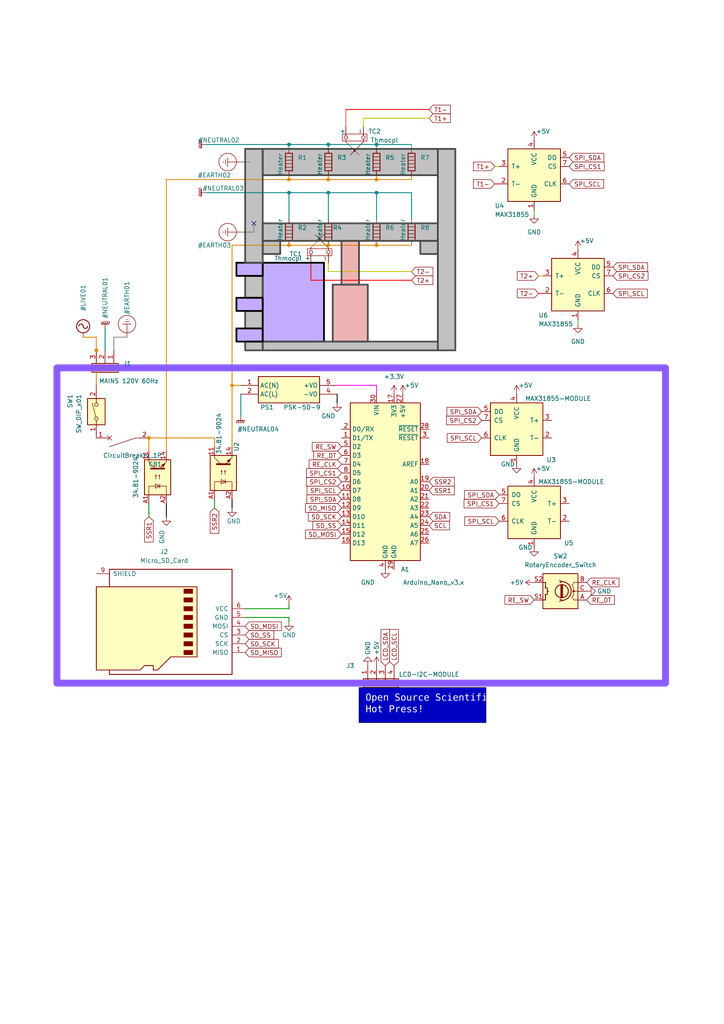
<source format=kicad_sch>
(kicad_sch (version 20230121) (generator eeschema)
  (paper "A4" portrait)
  (lib_symbols
    (symbol "Connector:Micro_SD_Card" (pin_names (offset 1.016))
      (property "Reference" "J" (at -16.51 15.24 0))
      (property "Value" "Micro_SD_Card" (at 16.51 15.24 0))
      (symbol "Micro_SD_Card_0_1"
        (rectangle (start -7.62 -9.525) (end -5.08 -10.795) (fill (type outline)))
        (rectangle (start -7.62 -6.985) (end -5.08 -8.255) (fill (type outline)))
        (rectangle (start -7.62 -4.445) (end -5.08 -5.715) (fill (type outline)))
        (rectangle (start -7.62 -1.905) (end -5.08 -3.175) (fill (type outline)))
        (rectangle (start -7.62 0.635) (end -5.08 -0.635) (fill (type outline)))
        (rectangle (start -7.62 3.175) (end -5.08 1.905) (fill (type outline)))
        (rectangle (start -7.62 5.715) (end -5.08 4.445) (fill (type outline)))
        (rectangle (start -7.62 8.255) (end -5.08 6.985) (fill (type outline)))
        (polyline (pts (xy 16.51 12.7) (xy 16.51 13.97) (xy -19.05 13.97) (xy -19.05 -16.51) (xy 16.51 -16.51) (xy 16.51 -11.43)) (stroke (width 0.254)))
        (polyline (pts (xy -8.89 -11.43) (xy -8.89 8.89) (xy -1.27 8.89) (xy 2.54 12.7) (xy 3.81 12.7) (xy 3.81 11.43) (xy 6.35 11.43) (xy 7.62 12.7) (xy 20.32 12.7) (xy 20.32 -11.43) (xy -8.89 -11.43)) (stroke (width 0.254)) (fill (type background)))
      )
      (symbol "Micro_SD_Card_1_1"
        (pin output line (at -22.86 7.62 0) (length 3.81) (name "MISO") (number "1"))
        (pin input line (at -22.86 5.08 0) (length 3.81) (name "SCK") (number "2"))
        (pin input line (at -22.86 2.54 0) (length 3.81) (name "CS") (number "3"))
        (pin input line (at -22.86 0 0) (length 3.81) (name "MOSI") (number "4"))
        (pin power_in line (at -22.86 -2.54 0) (length 3.81) (name "GND") (number "5"))
        (pin power_in line (at -22.86 -5.08 0) (length 3.81) (name "VCC") (number "6"))
        (pin passive line (at 20.32 -15.24 180) (length 3.81) (name "SHIELD") (number "9"))
      )
    )
    (symbol "Connector:Screw_Terminal_01x03" (pin_names (offset 1.016) hide)
      (property "Reference" "J" (at 0 5.08 0))
      (property "Value" "Screw_Terminal_01x03" (at 0 -5.08 0))
      (symbol "Screw_Terminal_01x03_1_1"
        (rectangle (start -1.27 3.81) (end 1.27 -3.81) (stroke (width 0.254)) (fill (type background)))
        (circle (center 0 -2.54) (radius 0.635) (stroke (width 0.1524)))
        (polyline (pts (xy -0.5334 -2.2098) (xy 0.3302 -3.048)) (stroke (width 0.1524)))
        (polyline (pts (xy -0.5334 0.3302) (xy 0.3302 -0.508)) (stroke (width 0.1524)))
        (polyline (pts (xy -0.5334 2.8702) (xy 0.3302 2.032)) (stroke (width 0.1524)))
        (polyline (pts (xy -0.3556 -2.032) (xy 0.508 -2.8702)) (stroke (width 0.1524)))
        (polyline (pts (xy -0.3556 0.508) (xy 0.508 -0.3302)) (stroke (width 0.1524)))
        (polyline (pts (xy -0.3556 3.048) (xy 0.508 2.2098)) (stroke (width 0.1524)))
        (circle (center 0 0) (radius 0.635) (stroke (width 0.1524)))
        (circle (center 0 2.54) (radius 0.635) (stroke (width 0.1524)))
        (pin passive line (at -5.08 2.54 0) (length 3.81) (name "Pin_1") (number "1"))
        (pin passive line (at -5.08 0 0) (length 3.81) (name "Pin_2") (number "2"))
        (pin passive line (at -5.08 -2.54 0) (length 3.81) (name "Pin_3") (number "3"))
      )
    )
    (symbol "Connector_Generic:Conn_01x04" (pin_names (offset 1.016) hide)
      (property "Reference" "J" (at 0 5.08 0))
      (property "Value" "Conn_01x04" (at 0 -7.62 0))
      (symbol "Conn_01x04_1_1"
        (rectangle (start -1.27 -4.953) (end 0 -5.207) (stroke (width 0.1524)))
        (rectangle (start -1.27 -2.413) (end 0 -2.667) (stroke (width 0.1524)))
        (rectangle (start -1.27 0.127) (end 0 -0.127) (stroke (width 0.1524)))
        (rectangle (start -1.27 2.667) (end 0 2.413) (stroke (width 0.1524)))
        (rectangle (start -1.27 3.81) (end 1.27 -6.35) (stroke (width 0.254)) (fill (type background)))
        (pin passive line (at -5.08 2.54 0) (length 3.81) (name "Pin_1") (number "1"))
        (pin passive line (at -5.08 0 0) (length 3.81) (name "Pin_2") (number "2"))
        (pin passive line (at -5.08 -2.54 0) (length 3.81) (name "Pin_3") (number "3"))
        (pin passive line (at -5.08 -5.08 0) (length 3.81) (name "Pin_4") (number "4"))
      )
    )
    (symbol "Device:CircuitBreaker_1P"
      (property "Reference" "CB" (at 1.905 0 0))
      (property "Value" "CircuitBreaker_1P" (at 1.905 1.905 0))
      (symbol "CircuitBreaker_1P_0_1"
        (polyline (pts (xy 0 -5.08) (xy 0 -3.81)))
        (polyline (pts (xy 0 -3.81) (xy -2.54 3.81)))
      )
      (symbol "CircuitBreaker_1P_1_1"
        (polyline (pts (xy -0.635 4.445) (xy 0.635 3.175)))
        (polyline (pts (xy 0 5.08) (xy 0 3.81)))
        (polyline (pts (xy 0.635 4.445) (xy -0.635 3.175)))
        (pin passive line (at 0 7.62 270) (length 2.54) (name "~") (number "1"))
        (pin passive line (at 0 -7.62 90) (length 2.54) (name "~") (number "2"))
      )
    )
    (symbol "Device:Heater" (pin_numbers hide) (pin_names (offset 0))
      (property "Reference" "R" (at 2.032 0 90))
      (property "Value" "Heater" (at -2.032 0 90))
      (symbol "Heater_0_1"
        (rectangle (start -1.016 -2.54) (end 1.016 2.54) (stroke (width 0.254)))
        (polyline (pts (xy -1.016 1.524) (xy 1.016 1.524)))
        (polyline (pts (xy 1.016 -1.524) (xy -1.016 -1.524)))
        (polyline (pts (xy 1.016 -0.508) (xy -1.016 -0.508)))
        (polyline (pts (xy 1.016 0.508) (xy -1.016 0.508)))
      )
      (symbol "Heater_1_1"
        (pin passive line (at 0 3.81 270) (length 1.27) (name "~") (number "1"))
        (pin passive line (at 0 -3.81 90) (length 1.27) (name "~") (number "2"))
      )
    )
    (symbol "Device:RotaryEncoder_Switch" (pin_names (offset 0.254) hide)
      (property "Reference" "SW" (at 0 6.604 0))
      (property "Value" "RotaryEncoder_Switch" (at 0 -6.604 0))
      (symbol "RotaryEncoder_Switch_0_1"
        (rectangle (start -5.08 5.08) (end 5.08 -5.08) (stroke (width 0.254)) (fill (type background)))
        (circle (center -3.81 0) (radius 0.254) (fill (type outline)))
        (circle (center -0.381 0) (radius 1.905) (stroke (width 0.254)))
        (arc (start -0.381 2.667) (mid -3.0988 -0.0635) (end -0.381 -2.794) (stroke (width 0.254)))
        (polyline (pts (xy -0.635 -1.778) (xy -0.635 1.778)) (stroke (width 0.254)))
        (polyline (pts (xy -0.381 -1.778) (xy -0.381 1.778)) (stroke (width 0.254)))
        (polyline (pts (xy -0.127 1.778) (xy -0.127 -1.778)) (stroke (width 0.254)))
        (polyline (pts (xy 3.81 0) (xy 3.429 0)) (stroke (width 0.254)))
        (polyline (pts (xy 3.81 1.016) (xy 3.81 -1.016)) (stroke (width 0.254)))
        (polyline (pts (xy -5.08 -2.54) (xy -3.81 -2.54) (xy -3.81 -2.032)))
        (polyline (pts (xy -5.08 2.54) (xy -3.81 2.54) (xy -3.81 2.032)))
        (polyline (pts (xy 0.254 -3.048) (xy -0.508 -2.794) (xy 0.127 -2.413)) (stroke (width 0.254)))
        (polyline (pts (xy 0.254 2.921) (xy -0.508 2.667) (xy 0.127 2.286)) (stroke (width 0.254)))
        (polyline (pts (xy 5.08 -2.54) (xy 4.318 -2.54) (xy 4.318 -1.016)) (stroke (width 0.254)))
        (polyline (pts (xy 5.08 2.54) (xy 4.318 2.54) (xy 4.318 1.016)) (stroke (width 0.254)))
        (polyline (pts (xy -5.08 0) (xy -3.81 0) (xy -3.81 -1.016) (xy -3.302 -2.032)))
        (polyline (pts (xy -4.318 0) (xy -3.81 0) (xy -3.81 1.016) (xy -3.302 2.032)))
        (circle (center 4.318 -1.016) (radius 0.127) (stroke (width 0.254)))
        (circle (center 4.318 1.016) (radius 0.127) (stroke (width 0.254)))
      )
      (symbol "RotaryEncoder_Switch_1_1"
        (pin passive line (at -7.62 2.54 0) (length 2.54) (name "A") (number "A"))
        (pin passive line (at -7.62 -2.54 0) (length 2.54) (name "B") (number "B"))
        (pin passive line (at -7.62 0 0) (length 2.54) (name "C") (number "C"))
        (pin passive line (at 7.62 2.54 180) (length 2.54) (name "S1") (number "S1"))
        (pin passive line (at 7.62 -2.54 180) (length 2.54) (name "S2") (number "S2"))
      )
    )
    (symbol "Device:Thermocouple_Block" (pin_numbers hide) (pin_names (offset 0))
      (property "Reference" "TC" (at -3.048 3.81 0))
      (property "Value" "Thermocouple_Block" (at -5.08 -4.064 0))
      (symbol "Thermocouple_Block_0_1"
        (circle (center -1.778 0) (radius 0.254) (fill (type outline)))
        (polyline (pts (xy -2.794 -1.016) (xy -3.048 -1.27)))
        (polyline (pts (xy -2.286 -0.508) (xy -2.54 -0.762)))
        (polyline (pts (xy -1.778 0) (xy -2.032 -0.254)))
        (polyline (pts (xy -1.27 0.508) (xy -1.524 0.254)))
        (polyline (pts (xy -0.762 1.016) (xy -1.016 0.762)))
        (polyline (pts (xy -0.254 1.524) (xy -0.508 1.27)))
        (polyline (pts (xy 0.254 2.032) (xy 0 1.778)))
        (polyline (pts (xy 0.762 2.54) (xy 0.508 2.286)))
        (polyline (pts (xy 1.27 -2.54) (xy 1.016 -2.54)))
        (polyline (pts (xy 1.27 2.54) (xy 0.762 2.54)))
        (polyline (pts (xy 1.524 -2.54) (xy 0.762 -2.54) (xy -3.048 1.27)))
        (rectangle (start 1.016 3.556) (end 3.048 -3.556))
        (circle (center 2.032 -2.54) (radius 0.508))
        (circle (center 2.032 2.54) (radius 0.508))
      )
      (symbol "Thermocouple_Block_1_1"
        (pin passive line (at 5.08 2.54 180) (length 2.54) (name "+") (number "1"))
        (pin passive line (at 5.08 -2.54 180) (length 2.54) (name "-") (number "2"))
      )
    )
    (symbol "GND_1" (power) (pin_names (offset 0))
      (property "Value" "GND_1" (at 0 -3.81 0))
      (symbol "GND_1_0_1"
        (polyline (pts (xy 0 0) (xy 0 -1.27) (xy 1.27 -1.27) (xy 0 -2.54) (xy -1.27 -1.27) (xy 0 -1.27)))
      )
      (symbol "GND_1_1_1"
        (pin power_in line (at 0 0 270) (length 0) hide (name "GND") (number "1"))
      )
    )
    (symbol "MCU_Module:Arduino_Nano_v3.x"
      (property "Reference" "A" (at -10.16 23.495 0))
      (property "Value" "Arduino_Nano_v3.x" (at 5.08 -24.13 0))
      (symbol "Arduino_Nano_v3.x_0_1"
        (rectangle (start -10.16 22.86) (end 10.16 -22.86) (stroke (width 0.254)) (fill (type background)))
      )
      (symbol "Arduino_Nano_v3.x_1_1"
        (pin bidirectional line (at -12.7 12.7 0) (length 2.54) (name "D1/TX") (number "1"))
        (pin bidirectional line (at -12.7 -2.54 0) (length 2.54) (name "D7") (number "10"))
        (pin bidirectional line (at -12.7 -5.08 0) (length 2.54) (name "D8") (number "11"))
        (pin bidirectional line (at -12.7 -7.62 0) (length 2.54) (name "D9") (number "12"))
        (pin bidirectional line (at -12.7 -10.16 0) (length 2.54) (name "D10") (number "13"))
        (pin bidirectional line (at -12.7 -12.7 0) (length 2.54) (name "D11") (number "14"))
        (pin bidirectional line (at -12.7 -15.24 0) (length 2.54) (name "D12") (number "15"))
        (pin bidirectional line (at -12.7 -17.78 0) (length 2.54) (name "D13") (number "16"))
        (pin power_out line (at 2.54 25.4 270) (length 2.54) (name "3V3") (number "17"))
        (pin input line (at 12.7 5.08 180) (length 2.54) (name "AREF") (number "18"))
        (pin bidirectional line (at 12.7 0 180) (length 2.54) (name "A0") (number "19"))
        (pin bidirectional line (at -12.7 15.24 0) (length 2.54) (name "D0/RX") (number "2"))
        (pin bidirectional line (at 12.7 -2.54 180) (length 2.54) (name "A1") (number "20"))
        (pin bidirectional line (at 12.7 -5.08 180) (length 2.54) (name "A2") (number "21"))
        (pin bidirectional line (at 12.7 -7.62 180) (length 2.54) (name "A3") (number "22"))
        (pin bidirectional line (at 12.7 -10.16 180) (length 2.54) (name "A4") (number "23"))
        (pin bidirectional line (at 12.7 -12.7 180) (length 2.54) (name "A5") (number "24"))
        (pin bidirectional line (at 12.7 -15.24 180) (length 2.54) (name "A6") (number "25"))
        (pin bidirectional line (at 12.7 -17.78 180) (length 2.54) (name "A7") (number "26"))
        (pin power_out line (at 5.08 25.4 270) (length 2.54) (name "+5V") (number "27"))
        (pin input line (at 12.7 15.24 180) (length 2.54) (name "~{RESET}") (number "28"))
        (pin power_in line (at 2.54 -25.4 90) (length 2.54) (name "GND") (number "29"))
        (pin input line (at 12.7 12.7 180) (length 2.54) (name "~{RESET}") (number "3"))
        (pin power_in line (at -2.54 25.4 270) (length 2.54) (name "VIN") (number "30"))
        (pin power_in line (at 0 -25.4 90) (length 2.54) (name "GND") (number "4"))
        (pin bidirectional line (at -12.7 10.16 0) (length 2.54) (name "D2") (number "5"))
        (pin bidirectional line (at -12.7 7.62 0) (length 2.54) (name "D3") (number "6"))
        (pin bidirectional line (at -12.7 5.08 0) (length 2.54) (name "D4") (number "7"))
        (pin bidirectional line (at -12.7 2.54 0) (length 2.54) (name "D5") (number "8"))
        (pin bidirectional line (at -12.7 0 0) (length 2.54) (name "D6") (number "9"))
      )
    )
    (symbol "Relay_SolidState:34.81-9024"
      (property "Reference" "U" (at -5.08 5.08 0))
      (property "Value" "34.81-9024" (at 0 5.08 0))
      (symbol "34.81-9024_0_1"
        (rectangle (start -5.08 3.81) (end 5.08 -3.81) (stroke (width 0.254)) (fill (type background)))
        (polyline (pts (xy -3.175 -0.635) (xy -1.905 -0.635)))
        (polyline (pts (xy 2.54 1.905) (xy 2.54 -1.905) (xy 2.54 -1.905)) (stroke (width 0.508)))
        (polyline (pts (xy -5.08 2.54) (xy -2.54 2.54) (xy -2.54 -2.54) (xy -5.08 -2.54)))
        (polyline (pts (xy -2.54 -0.635) (xy -3.175 0.635) (xy -1.905 0.635) (xy -2.54 -0.635)))
        (polyline (pts (xy -0.508 -0.508) (xy 0.762 -0.508) (xy 0.381 -0.635) (xy 0.381 -0.381) (xy 0.762 -0.508)))
        (polyline (pts (xy -0.508 0.508) (xy 0.762 0.508) (xy 0.381 0.381) (xy 0.381 0.635) (xy 0.762 0.508)))
        (polyline (pts (xy 3.048 -1.651) (xy 3.556 -1.143) (xy 4.064 -2.159) (xy 3.048 -1.651) (xy 3.048 -1.651)) (fill (type outline)))
        (polyline (pts (xy 5.08 2.54) (xy 4.445 2.54) (xy 2.54 0.635) (xy 2.54 -0.635) (xy 4.445 -2.54) (xy 5.08 -2.54)))
      )
      (symbol "34.81-9024_1_1"
        (pin passive line (at 7.62 2.54 180) (length 2.54) (name "~") (number "11"))
        (pin passive line (at 7.62 -2.54 180) (length 2.54) (name "~") (number "14"))
        (pin passive line (at -7.62 2.54 0) (length 2.54) (name "~") (number "A1"))
        (pin passive line (at -7.62 -2.54 0) (length 2.54) (name "~") (number "A2"))
      )
    )
    (symbol "SamacSys_Parts:PSK-5D-9"
      (property "Reference" "PS" (at 24.13 7.62 0))
      (property "Value" "PSK-5D-9" (at 24.13 5.08 0))
      (symbol "PSK-5D-9_1_1"
        (rectangle (start 5.08 2.54) (end 22.86 -5.08) (stroke (width 0.254)) (fill (type background)))
        (pin passive line (at 0 0 0) (length 5.08) (name "AC(N)") (number "1"))
        (pin passive line (at 0 -2.54 0) (length 5.08) (name "AC(L)") (number "2"))
        (pin passive line (at 27.94 -2.54 180) (length 5.08) (name "-VO") (number "4"))
        (pin passive line (at 27.94 0 180) (length 5.08) (name "+VO") (number "5"))
      )
    )
    (symbol "Sensor_Temperature:MAX31855EASA" (pin_names (offset 1.016))
      (property "Reference" "U1" (at -11.43 -8.89 0))
      (property "Value" "MAX31855" (at -11.43 -11.43 0))
      (symbol "MAX31855EASA_0_1"
        (rectangle (start -7.62 7.62) (end 7.62 -7.62) (stroke (width 0.254)) (fill (type background)))
      )
      (symbol "MAX31855EASA_1_1"
        (pin power_in line (at 0 -10.16 90) (length 2.54) (name "GND") (number "1"))
        (pin passive line (at -10.16 -2.54 0) (length 2.54) (name "T-") (number "2"))
        (pin passive line (at -10.16 2.54 0) (length 2.54) (name "T+") (number "3"))
        (pin power_in line (at 0 10.16 270) (length 2.54) (name "VCC") (number "4"))
        (pin input line (at 10.16 5.08 180) (length 2.54) (name "DO") (number "5"))
        (pin input line (at 10.16 -2.54 180) (length 2.54) (name "CLK") (number "6"))
        (pin tri_state line (at 10.16 2.54 180) (length 2.54) (name "CS") (number "7"))
      )
    )
    (symbol "Switch:SW_DIP_x01" (pin_names (offset 0) hide)
      (property "Reference" "SW" (at 0 3.81 0))
      (property "Value" "SW_DIP_x01" (at 0 -3.81 0))
      (symbol "SW_DIP_x01_0_0"
        (circle (center -2.032 0) (radius 0.508))
        (polyline (pts (xy -1.524 0.127) (xy 2.3622 1.1684)))
        (circle (center 2.032 0) (radius 0.508))
      )
      (symbol "SW_DIP_x01_0_1"
        (rectangle (start -3.81 2.54) (end 3.81 -2.54) (stroke (width 0.254)) (fill (type background)))
      )
      (symbol "SW_DIP_x01_1_1"
        (pin passive line (at -7.62 0 0) (length 5.08) (name "~") (number "1"))
        (pin passive line (at 7.62 0 180) (length 5.08) (name "~") (number "2"))
      )
    )
    (symbol "power:+3.3V" (power) (pin_names (offset 0))
      (property "Value" "+3.3V" (at 0 3.556 0))
      (symbol "+3.3V_0_1"
        (polyline (pts (xy -0.762 1.27) (xy 0 2.54)))
        (polyline (pts (xy 0 0) (xy 0 2.54)))
        (polyline (pts (xy 0 2.54) (xy 0.762 1.27)))
      )
      (symbol "+3.3V_1_1"
        (pin power_in line (at 0 0 90) (length 0) hide (name "+3.3V") (number "1"))
      )
    )
    (symbol "power:+5V" (power) (pin_names (offset 0))
      (property "Value" "+5V" (at 0 3.556 0))
      (symbol "+5V_0_1"
        (polyline (pts (xy -0.762 1.27) (xy 0 2.54)))
        (polyline (pts (xy 0 0) (xy 0 2.54)))
        (polyline (pts (xy 0 2.54) (xy 0.762 1.27)))
      )
      (symbol "+5V_1_1"
        (pin power_in line (at 0 0 90) (length 0) hide (name "+5V") (number "1"))
      )
    )
    (symbol "power:AC" (power) (pin_names (offset 0))
      (property "Value" "AC" (at 0 6.35 0))
      (symbol "AC_0_1"
        (polyline (pts (xy 0 0) (xy 0 1.27)))
        (arc (start 0 3.175) (mid -0.635 3.8073) (end -1.27 3.175) (stroke (width 0.254)))
        (arc (start 0 3.175) (mid 0.635 2.5427) (end 1.27 3.175) (stroke (width 0.254)))
        (circle (center 0 3.175) (radius 1.905) (stroke (width 0.254)))
      )
      (symbol "AC_1_1"
        (pin power_in line (at 0 0 90) (length 0) hide (name "AC") (number "1"))
      )
    )
    (symbol "power:Earth_Protective" (power) (pin_names (offset 0))
      (symbol "Earth_Protective_0_1"
        (circle (center 0 -3.81) (radius 2.54))
        (polyline (pts (xy -0.635 -4.445) (xy 0.635 -4.445)))
        (polyline (pts (xy -0.127 -5.08) (xy 0.127 -5.08)))
        (polyline (pts (xy 0 -3.81) (xy 0 0)))
        (polyline (pts (xy 1.27 -3.81) (xy -1.27 -3.81)))
      )
      (symbol "Earth_Protective_1_1"
        (pin power_in line (at 0 0 270) (length 0) hide (name "Earth_Protective") (number "1"))
      )
    )
    (symbol "power:GND" (power) (pin_names (offset 0))
      (property "Value" "GND" (at 0 -3.81 0))
      (symbol "GND_0_1"
        (polyline (pts (xy 0 0) (xy 0 -1.27) (xy 1.27 -1.27) (xy 0 -2.54) (xy -1.27 -1.27) (xy 0 -1.27)))
      )
      (symbol "GND_1_1"
        (pin power_in line (at 0 0 270) (length 0) hide (name "GND") (number "1"))
      )
    )
    (symbol "power:GNDPWR" (power) (pin_names (offset 0))
      (property "Value" "GNDPWR" (at 0 -3.302 0))
      (symbol "GNDPWR_0_1"
        (polyline (pts (xy 0 -1.27) (xy 0 0)))
        (polyline (pts (xy -1.016 -1.27) (xy -1.27 -2.032) (xy -1.27 -2.032)) (stroke (width 0.2032)))
        (polyline (pts (xy -0.508 -1.27) (xy -0.762 -2.032) (xy -0.762 -2.032)) (stroke (width 0.2032)))
        (polyline (pts (xy 0 -1.27) (xy -0.254 -2.032) (xy -0.254 -2.032)) (stroke (width 0.2032)))
        (polyline (pts (xy 0.508 -1.27) (xy 0.254 -2.032) (xy 0.254 -2.032)) (stroke (width 0.2032)))
        (polyline (pts (xy 1.016 -1.27) (xy -1.016 -1.27) (xy -1.016 -1.27)) (stroke (width 0.2032)))
        (polyline (pts (xy 1.016 -1.27) (xy 0.762 -2.032) (xy 0.762 -2.032) (xy 0.762 -2.032)) (stroke (width 0.2032)))
      )
      (symbol "GNDPWR_1_1"
        (pin power_in line (at 0 0 270) (length 0) hide (name "GNDPWR") (number "1"))
      )
    )
  )
  (junction (at 95.25 55.88) (color 0 132 132 1))
  (junction (at 83.82 55.88) (color 0 132 132 1))
  (junction (at 83.82 71.12) (color 221 133 0 1))
  (junction (at 27.94 101.6) (color 221 133 0 1))
  (junction (at 95.25 41.91) (color 0 132 132 1))
  (junction (at 43.18 127) (color 221 133 0 1))
  (junction (at 109.22 71.12) (color 221 133 0 1))
  (junction (at 67.31 111.76) (color 221 133 0 1))
  (junction (at 109.22 52.07) (color 221 133 0 1))
  (junction (at 95.25 52.07) (color 221 133 0 1))
  (junction (at 109.22 41.91) (color 0 132 132 1))
  (junction (at 83.82 41.91) (color 0 132 132 1))
  (junction (at 109.22 55.88) (color 0 132 132 1))
  (junction (at 95.25 71.12) (color 221 133 0 1))
  (junction (at 83.82 52.07) (color 221 133 0 1))
  (no_connect (at 73.66 64.77))
  (wire (pts (xy 27.94 97.79) (xy 27.94 101.6)) (stroke (width 0.25) (color 221 133 0 1)))
  (wire (pts (xy 83.82 55.88) (xy 95.25 55.88)) (stroke (width 0.25) (color 0 132 132 1)))
  (wire (pts (xy 24.13 97.79) (xy 27.94 97.79)) (stroke (width 0.25) (color 221 133 0 1)))
  (wire (pts (xy 109.22 55.88) (xy 109.22 63.5)) (stroke (width 0.25) (color 0 132 132 1)))
  (wire (pts (xy 97.79 111.76) (xy 109.22 111.76)) (stroke (width 0.25) (color 255 0 255 1)))
  (wire (pts (xy 90.17 81.28) (xy 119.38 81.28)) (stroke (width 0.25) (color 255 0 0 1)))
  (wire (pts (xy 90.17 76.2) (xy 90.17 81.28)) (stroke (width 0.25) (color 255 0 0 1)))
  (wire (pts (xy 36.83 97.79) (xy 33.02 97.79)) (stroke (width 0.25) (color 132 132 132 1)))
  (wire (pts (xy 119.38 63.5) (xy 119.38 55.88)) (stroke (width 0.25) (color 0 132 132 1)))
  (wire (pts (xy 83.82 176.53) (xy 71.12 176.53)) (stroke (width 0.25)))
  (wire (pts (xy 83.82 175.26) (xy 83.82 176.53)) (stroke (width 0.25)))
  (wire (pts (xy 83.82 180.34) (xy 83.82 179.07)) (stroke (width 0.25)))
  (wire (pts (xy 83.82 41.91) (xy 95.25 41.91)) (stroke (width 0.25) (color 0 132 132 1)))
  (wire (pts (xy 83.82 50.8) (xy 83.82 52.07)) (stroke (width 0.25) (color 221 133 0 1)))
  (wire (pts (xy 119.38 43.18) (xy 119.38 41.91)))
  (wire (pts (xy 97.79 114.3) (xy 97.79 116.84)) (stroke (width 0.25) (color 0 0 0 1)))
  (wire (pts (xy 27.94 101.6) (xy 27.94 111.76)) (stroke (width 0.25) (color 221 133 0 1)))
  (wire (pts (xy 100.33 31.75) (xy 124.46 31.75)) (stroke (width 0.25) (color 255 0 0 1)))
  (wire (pts (xy 109.22 111.76) (xy 109.22 114.3)) (stroke (width 0.25) (color 255 0 255 1)))
  (wire (pts (xy 143.51 48.26) (xy 144.78 48.26)) (stroke (width 0.25) (color 194 194 0 1)))
  (wire (pts (xy 67.31 111.76) (xy 67.31 129.54)) (stroke (width 0.25) (color 221 133 0 1)))
  (wire (pts (xy 95.25 41.91) (xy 109.22 41.91)) (stroke (width 0.25) (color 0 132 132 1)))
  (wire (pts (xy 69.85 46.99) (xy 72.39 46.99)) (stroke (width 0.25) (color 132 132 132 1)))
  (wire (pts (xy 59.69 55.88) (xy 83.82 55.88)) (stroke (width 0.25) (color 0 132 132 1)))
  (wire (pts (xy 73.66 67.31) (xy 73.66 64.77)) (stroke (width 0.25) (color 132 132 132 1)))
  (wire (pts (xy 119.38 52.07) (xy 119.38 50.8)) (stroke (width 0.25) (color 221 133 0 1)))
  (wire (pts (xy 67.31 71.12) (xy 67.31 111.76)) (stroke (width 0.25) (color 221 133 0 1)))
  (wire (pts (xy 95.25 50.8) (xy 95.25 52.07)) (stroke (width 0.25) (color 221 133 0 1)))
  (wire (pts (xy 109.22 41.91) (xy 119.38 41.91)) (stroke (width 0.25) (color 0 132 132 1)))
  (wire (pts (xy 43.18 127) (xy 43.18 130.81)) (stroke (width 0.25) (color 221 133 0 1)))
  (wire (pts (xy 62.23 147.32) (xy 62.23 144.78)) (stroke (width 0.25)))
  (wire (pts (xy 154.94 62.23) (xy 154.94 60.96)))
  (wire (pts (xy 69.85 120.65) (xy 69.85 114.3)) (stroke (width 0.25) (color 0 132 132 1)))
  (wire (pts (xy 119.38 52.07) (xy 109.22 52.07)) (stroke (width 0.25) (color 221 133 0 1)))
  (wire (pts (xy 59.69 41.91) (xy 83.82 41.91)) (stroke (width 0.25) (color 0 132 132 1)))
  (wire (pts (xy 83.82 41.91) (xy 83.82 43.18)) (stroke (width 0) (color 0 132 132 1)))
  (wire (pts (xy 109.22 71.12) (xy 119.38 71.12)) (stroke (width 0.25) (color 221 133 0 1)))
  (wire (pts (xy 30.48 95.25) (xy 30.48 101.6)) (stroke (width 0.25) (color 0 132 132 1)))
  (wire (pts (xy 67.31 111.76) (xy 69.85 111.76)) (stroke (width 0.25) (color 221 133 0 1)))
  (wire (pts (xy 83.82 55.88) (xy 83.82 63.5)) (stroke (width 0.25) (color 0 132 132 1)))
  (wire (pts (xy 48.26 52.07) (xy 48.26 130.81)) (stroke (width 0.25) (color 221 133 0 1)))
  (wire (pts (xy 83.82 71.12) (xy 95.25 71.12)) (stroke (width 0.25) (color 221 133 0 1)))
  (wire (pts (xy 100.33 36.83) (xy 100.33 31.75)) (stroke (width 0) (color 255 0 0 1)))
  (wire (pts (xy 95.25 78.74) (xy 95.25 76.2)) (stroke (width 0.25) (color 194 194 0 1)))
  (wire (pts (xy 69.85 67.31) (xy 73.66 67.31)) (stroke (width 0.25) (color 132 132 132 1)))
  (wire (pts (xy 109.22 55.88) (xy 119.38 55.88)) (stroke (width 0.25) (color 0 132 132 1)))
  (wire (pts (xy 95.25 52.07) (xy 83.82 52.07)) (stroke (width 0.25) (color 221 133 0 1)))
  (wire (pts (xy 95.25 55.88) (xy 95.25 63.5)) (stroke (width 0.25) (color 0 132 132 1)))
  (wire (pts (xy 33.02 97.79) (xy 33.02 101.6)) (stroke (width 0.25) (color 132 132 132 1)))
  (wire (pts (xy 167.64 93.98) (xy 167.64 92.71)))
  (wire (pts (xy 62.23 129.54) (xy 62.23 127)) (stroke (width 0.25) (color 221 133 0 1)))
  (wire (pts (xy 109.22 52.07) (xy 95.25 52.07)) (stroke (width 0.25) (color 221 133 0 1)))
  (wire (pts (xy 105.41 34.29) (xy 124.46 34.29)) (stroke (width 0.25) (color 194 194 0 1)))
  (wire (pts (xy 48.26 149.86) (xy 48.26 146.05)) (stroke (width 0.25) (color 0 0 0 1)))
  (wire (pts (xy 95.25 41.91) (xy 95.25 43.18)) (stroke (width 0) (color 0 132 132 1)))
  (wire (pts (xy 48.26 52.07) (xy 83.82 52.07)) (stroke (width 0.25) (color 221 133 0 1)))
  (wire (pts (xy 119.38 78.74) (xy 95.25 78.74)) (stroke (width 0.25) (color 194 194 0 1)))
  (wire (pts (xy 43.18 127) (xy 62.23 127)) (stroke (width 0.25) (color 221 133 0 1)))
  (wire (pts (xy 83.82 179.07) (xy 71.12 179.07)) (stroke (width 0.25)))
  (wire (pts (xy 109.22 41.91) (xy 109.22 43.18)) (stroke (width 0) (color 0 132 132 1)))
  (wire (pts (xy 156.21 80.01) (xy 157.48 80.01)) (stroke (width 0.25) (color 194 194 0 1)))
  (wire (pts (xy 109.22 50.8) (xy 109.22 52.07)) (stroke (width 0.25) (color 221 133 0 1)))
  (wire (pts (xy 143.51 53.34) (xy 144.78 53.34)) (stroke (width 0.25) (color 255 0 0 1)))
  (wire (pts (xy 156.21 85.09) (xy 157.48 85.09)) (stroke (width 0.25) (color 255 0 0 1)))
  (wire (pts (xy 95.25 71.12) (xy 109.22 71.12)) (stroke (width 0.25) (color 221 133 0 1)))
  (wire (pts (xy 67.31 147.32) (xy 67.31 144.78)) (stroke (width 0.25) (color 0 0 0 1)))
  (wire (pts (xy 67.31 71.12) (xy 83.82 71.12)) (stroke (width 0.25) (color 221 133 0 1)))
  (wire (pts (xy 95.25 55.88) (xy 109.22 55.88)) (stroke (width 0.25) (color 0 132 132 1)))
  (wire (pts (xy 105.41 34.29) (xy 105.41 36.83)) (stroke (width 0.25) (color 194 194 0 1)))
  (wire (pts (xy 43.18 149.86) (xy 43.18 146.05)) (stroke (width 0.25)))
  (rectangle (start 71.12 90.17) (end 76.2 95.25) (stroke (width 0.5) (color 72 72 72 0.3)) (fill (type color) (color 132 132 132 0.5)))
  (rectangle (start 104.14 199.39) (end 140.97 209.55) (stroke (width 0) (color 0 0 0 1)) (fill (type color) (color 0 0 194 1)))
  (rectangle (start 16.51 106.68) (end 193.04 198.12) (stroke (width 2) (color 137 91 255 0.5490196078)))
  (rectangle (start 99.06 69.85) (end 104.14 82.55) (stroke (width 0.5) (color 72 72 72 0.5)) (fill (type color) (color 194 0 0 0.3)))
  (rectangle (start 76.2 64.77) (end 127 69.85) (stroke (width 0.5) (color 72 72 72 0.3)) (fill (type color) (color 132 132 132 0.5)))
  (rectangle (start 76.2 43.18) (end 127 50.8) (stroke (width 0.5) (color 72 72 72 0.3)) (fill (type color) (color 132 132 132 0.5)))
  (rectangle (start 96.52 82.55) (end 106.68 99.06) (stroke (width 0.5) (color 72 72 72 0.5)) (fill (type color) (color 194 0 0 0.3)))
  (rectangle (start 121.92 69.85) (end 127 73.66) (stroke (width 0.5) (color 72 72 72 0.3)) (fill (type color) (color 132 132 132 0.5)))
  (rectangle (start 68.58 95.25) (end 76.2 99.06) (stroke (width 0.5) (color 0 0 0 0.3)) (fill (type color) (color 137 91 255 0.5)))
  (rectangle (start 68.58 86.36) (end 76.2 90.17) (stroke (width 0.5) (color 0 0 0 0.3)) (fill (type color) (color 137 91 255 0.5)))
  (rectangle (start 76.2 69.85) (end 81.28 73.66) (stroke (width 0.5) (color 72 72 72 0.3)) (fill (type color) (color 132 132 132 0.5)))
  (rectangle (start 127 43.18) (end 132.08 101.6) (stroke (width 0.5) (color 72 72 72 0.3)) (fill (type color) (color 132 132 132 0.5)))
  (rectangle (start 68.58 76.2) (end 76.2 80.01) (stroke (width 0.5) (color 0 0 0 0.3)) (fill (type color) (color 137 91 255 0.5)))
  (rectangle (start 71.12 80.01) (end 76.2 86.36) (stroke (width 0.5) (color 72 72 72 0.3)) (fill (type color) (color 132 132 132 0.5)))
  (rectangle (start 76.2 99.06) (end 127 101.6) (stroke (width 0.5) (color 72 72 72 0.3)) (fill (type color) (color 132 132 132 0.5)))
  (rectangle (start 76.2 76.2) (end 93.98 99.06) (stroke (width 0.5) (color 0 0 0 0.3)) (fill (type color) (color 137 91 255 0.5)))
  (rectangle (start 71.12 43.18) (end 76.2 76.2) (stroke (width 0.5) (color 72 72 72 0.3)) (fill (type color) (color 132 132 132 0.5)))
  (rectangle (start 71.12 99.06) (end 76.2 101.6) (stroke (width 0.5) (color 72 72 72 0.3)) (fill (type color) (color 132 132 132 0.5)))
  (text "Open Source Scientific\nHot Press!" (at 106.045 207.645 0) (effects (font (size 2 2)) (justify left bottom)))
  (global_label "SPI_CS1" (shape input) (at 99.06 137.16 180) (property "Intersheetrefs" "${INTERSHEET_REFS}" (effects hide)))
  (global_label "RE_DT" (shape input) (at 99.06 132.08 180) (property "Intersheetrefs" "${INTERSHEET_REFS}" (effects hide)))
  (global_label "T2+" (shape input) (at 119.38 81.28 0) (property "Intersheetrefs" "${INTERSHEET_REFS}" (effects hide)))
  (global_label "SPI_SDA" (shape input) (at 139.7 119.38 180) (property "Intersheetrefs" "${INTERSHEET_REFS}" (effects hide)))
  (global_label "T1-" (shape input) (at 124.46 31.75 0) (property "Intersheetrefs" "${INTERSHEET_REFS}" (effects hide)))
  (global_label "RE_SW" (shape input) (at 154.94 173.99 180) (property "Intersheetrefs" "${INTERSHEET_REFS}" (effects hide)))
  (global_label "T1-" (shape input) (at 143.51 53.34 180) (property "Intersheetrefs" "${INTERSHEET_REFS}" (effects hide)))
  (global_label "T1+" (shape input) (at 143.51 48.26 180) (property "Intersheetrefs" "${INTERSHEET_REFS}" (effects hide)))
  (global_label "SPI_SDA" (shape input) (at 144.78 143.51 180) (property "Intersheetrefs" "${INTERSHEET_REFS}" (effects hide)))
  (global_label "RE_DT" (shape input) (at 170.18 173.99 0) (property "Intersheetrefs" "${INTERSHEET_REFS}" (effects hide)))
  (global_label "SSR2" (shape input) (at 124.46 139.7 0) (property "Intersheetrefs" "${INTERSHEET_REFS}" (effects hide)))
  (global_label "SDA" (shape input) (at 124.46 149.86 0) (property "Intersheetrefs" "${INTERSHEET_REFS}" (effects hide)))
  (global_label "T1+" (shape input) (at 124.46 34.29 0) (property "Intersheetrefs" "${INTERSHEET_REFS}" (effects hide)))
  (global_label "SD_SS" (shape input) (at 99.06 152.4 180) (property "Intersheetrefs" "${INTERSHEET_REFS}" (effects hide)))
  (global_label "SPI_CS2" (shape input) (at 139.7 121.92 180) (property "Intersheetrefs" "${INTERSHEET_REFS}" (effects hide)))
  (global_label "SD_MOSI" (shape input) (at 99.06 154.94 180) (property "Intersheetrefs" "${INTERSHEET_REFS}" (effects hide)))
  (global_label "SSR2" (shape input) (at 62.23 147.32 270) (property "Intersheetrefs" "${INTERSHEET_REFS}" (effects hide)))
  (global_label "T2-" (shape input) (at 156.21 85.09 180) (property "Intersheetrefs" "${INTERSHEET_REFS}" (effects hide)))
  (global_label "SPI_CS1" (shape input) (at 144.78 146.05 180) (property "Intersheetrefs" "${INTERSHEET_REFS}" (effects hide)))
  (global_label "RE_CLK" (shape input) (at 170.18 168.91 0) (property "Intersheetrefs" "${INTERSHEET_REFS}" (effects hide)))
  (global_label "T2-" (shape input) (at 119.38 78.74 0) (property "Intersheetrefs" "${INTERSHEET_REFS}" (effects hide)))
  (global_label "LCD_SCL" (shape input) (at 114.3 193.04 90) (property "Intersheetrefs" "${INTERSHEET_REFS}" (effects hide)))
  (global_label "SPI_CS2" (shape input) (at 99.06 139.7 180) (property "Intersheetrefs" "${INTERSHEET_REFS}" (effects hide)))
  (global_label "T2+" (shape input) (at 156.21 80.01 180) (property "Intersheetrefs" "${INTERSHEET_REFS}" (effects hide)))
  (global_label "SPI_SDA" (shape input) (at 165.1 45.72 0) (property "Intersheetrefs" "${INTERSHEET_REFS}" (effects hide)))
  (global_label "SD_SCK" (shape input) (at 99.06 149.86 180) (property "Intersheetrefs" "${INTERSHEET_REFS}" (effects hide)))
  (global_label "RE_SW" (shape input) (at 99.06 129.54 180) (property "Intersheetrefs" "${INTERSHEET_REFS}" (effects hide)))
  (global_label "SPI_CS2" (shape input) (at 177.8 80.01 0) (property "Intersheetrefs" "${INTERSHEET_REFS}" (effects hide)))
  (global_label "SSR1" (shape input) (at 43.18 149.86 270) (property "Intersheetrefs" "${INTERSHEET_REFS}" (effects hide)))
  (global_label "LCD_SDA" (shape input) (at 111.76 193.04 90) (property "Intersheetrefs" "${INTERSHEET_REFS}" (effects hide)))
  (global_label "SD_SCK" (shape input) (at 71.12 186.69 0) (property "Intersheetrefs" "${INTERSHEET_REFS}" (effects hide)))
  (global_label "SSR1" (shape input) (at 124.46 142.24 0) (property "Intersheetrefs" "${INTERSHEET_REFS}" (effects hide)))
  (global_label "SCL" (shape input) (at 124.46 152.4 0) (property "Intersheetrefs" "${INTERSHEET_REFS}" (effects hide)))
  (global_label "SD_SS" (shape input) (at 71.12 184.15 0) (property "Intersheetrefs" "${INTERSHEET_REFS}" (effects hide)))
  (global_label "SPI_SCL" (shape input) (at 139.7 127 180) (property "Intersheetrefs" "${INTERSHEET_REFS}" (effects hide)))
  (global_label "SPI_SDA" (shape input) (at 99.06 144.78 180) (property "Intersheetrefs" "${INTERSHEET_REFS}" (effects hide)))
  (global_label "SPI_SCL" (shape input) (at 99.06 142.24 180) (property "Intersheetrefs" "${INTERSHEET_REFS}" (effects hide)))
  (global_label "SD_MISO" (shape input) (at 99.06 147.32 180) (property "Intersheetrefs" "${INTERSHEET_REFS}" (effects hide)))
  (global_label "SPI_SCL" (shape input) (at 144.78 151.13 180) (property "Intersheetrefs" "${INTERSHEET_REFS}" (effects hide)))
  (global_label "SPI_SDA" (shape input) (at 177.8 77.47 0) (property "Intersheetrefs" "${INTERSHEET_REFS}" (effects hide)))
  (global_label "SD_MOSI" (shape input) (at 71.12 181.61 0) (property "Intersheetrefs" "${INTERSHEET_REFS}" (effects hide)))
  (global_label "SD_MISO" (shape input) (at 71.12 189.23 0) (property "Intersheetrefs" "${INTERSHEET_REFS}" (effects hide)))
  (global_label "SPI_SCL" (shape input) (at 177.8 85.09 0) (property "Intersheetrefs" "${INTERSHEET_REFS}" (effects hide)))
  (global_label "SPI_CS1" (shape input) (at 165.1 48.26 0) (property "Intersheetrefs" "${INTERSHEET_REFS}" (effects hide)))
  (global_label "SPI_SCL" (shape input) (at 165.1 53.34 0) (property "Intersheetrefs" "${INTERSHEET_REFS}" (effects hide)))
  (global_label "RE_CLK" (shape input) (at 99.06 134.62 180) (property "Intersheetrefs" "${INTERSHEET_REFS}" (effects hide)))
  (symbol (lib_id "power:GND") (at 154.94 158.75 0) (unit 1)
    (property "Reference" "#PWR016" (effects hide))
    (property "Value" "GND" (at 152.4 158.75 0))
  )
  (symbol (lib_id "power:GND") (at 154.94 62.23 0) (mirror y) (unit 1)
    (property "Reference" "#PWR014" (effects hide))
    (property "Value" "GND" (at 154.94 67.31 0))
  )
  (symbol (lib_id "Connector:Micro_SD_Card") (at 48.26 181.61 180) (unit 1)
    (property "Reference" "J2" (at 47.625 160.02 0))
    (property "Value" "Micro_SD_Card" (at 47.625 162.56 0))
    (property "Datasheet" "http://katalog.we-online.de/em/datasheet/693072010801.pdf" (effects hide))
  )
  (symbol (lib_id "power:Earth_Protective") (at 69.85 67.31 270) (unit 1)
    (property "Reference" "#EARTH03" (at 62.23 71.12 90))
    (property "Value" "Earth_Protective" (effects hide))
  )
  (symbol (lib_id "power:GND") (at 67.31 147.32 0) (unit 1)
    (property "Reference" "#PWR02" (effects hide))
    (property "Value" "GND" (at 69.85 151.13 0) (effects (justify right)))
  )
  (symbol (lib_id "Device:RotaryEncoder_Switch") (at 162.56 171.45 180) (unit 1)
    (property "Reference" "SW2" (at 162.56 161.29 0))
    (property "Value" "RotaryEncoder_Switch" (at 162.56 163.83 0))
  )
  (symbol (lib_id "Sensor_Temperature:MAX31855EASA") (at 167.64 82.55 0) (unit 1)
    (property "Reference" "U6" (at 156.21 91.44 0) (effects (justify left)))
    (property "Value" "MAX31855" (at 156.21 93.98 0) (effects (justify left)))
    (property "Footprint" "Package_SO:SOIC-8_3.9x4.9mm_P1.27mm" (effects hide))
    (property "Datasheet" "http://datasheets.maximintegrated.com/en/ds/MAX31855.pdf" (effects hide))
  )
  (symbol (lib_id "power:Earth_Protective") (at 36.83 97.79 180) (unit 1)
    (property "Reference" "#EARTH01" (at 36.83 86.36 90))
    (property "Value" "Earth_Protective" (effects hide))
  )
  (symbol (lib_id "power:GND") (at 149.86 134.62 0) (unit 1)
    (property "Reference" "#PWR012" (effects hide))
    (property "Value" "GND" (at 147.32 134.62 0))
  )
  (symbol (lib_id "Connector:Screw_Terminal_01x03") (at 30.48 106.68 270) (unit 1)
    (property "Reference" "J1" (at 38.1 105.41 90) (effects (justify right)))
    (property "Value" "MAINS 120V 60Hz " (at 46.99 110.49 90) (effects (justify right)))
  )
  (symbol (lib_id "Device:Heater") (at 109.22 67.31 0) (unit 1)
    (property "Reference" "R6" (at 111.76 66.04 0) (effects (justify left)))
    (property "Value" "Heater" (at 106.68 69.85 90) (effects (justify left)))
  )
  (symbol (lib_id "power:GND") (at 48.26 149.86 0) (unit 1)
    (property "Reference" "#PWR01" (effects hide))
    (property "Value" "GND" (at 46.99 153.67 90) (effects (justify right)))
  )
  (symbol (lib_id "Connector_Generic:Conn_01x04") (at 109.22 198.12 90) (mirror x) (unit 1)
    (property "Reference" "J3" (at 101.6 193.04 90))
    (property "Value" "LCD-I2C-MODULE" (at 124.46 195.58 90))
    (property "Footprint" "Connector_PinSocket_2.54mm:PinSocket_1x04_P2.54mm_Vertical" (effects hide))
  )
  (symbol (lib_id "power:+3.3V") (at 114.3 114.3 0) (unit 1)
    (property "Reference" "#PWR09" (effects hide))
    (property "Value" "+3.3V" (at 114.3 109.22 0))
  )
  (symbol (lib_id "MCU_Module:Arduino_Nano_v3.x") (at 111.76 139.7 0) (unit 1)
    (property "Reference" "A1" (at 116.2559 165.1 0) (effects (justify left)))
    (property "Value" "Arduino_Nano_v3.x" (at 116.84 168.91 0) (effects (justify left)))
    (property "Footprint" "Module:Arduino_Nano" (effects hide))
    (property "Datasheet" "http://www.mouser.com/pdfdocs/Gravitech_Arduino_Nano3_0.pdf" (effects hide))
  )
  (symbol (lib_id "Device:Heater") (at 109.22 46.99 0) (unit 1)
    (property "Reference" "R5" (at 111.76 45.72 0) (effects (justify left)))
    (property "Value" "Heater" (at 106.68 50.8 90) (effects (justify left)))
  )
  (symbol (lib_name "GND_1") (lib_id "power:GND") (at 97.79 116.84 0) (unit 1)
    (property "Reference" "#PWR05" (effects hide))
    (property "Value" "GND" (at 95.25 120.65 0))
  )
  (symbol (lib_id "Relay_SolidState:34.81-9024") (at 45.72 138.43 90) (unit 1)
    (property "Reference" "U1" (effects hide))
    (property "Value" "34.81-9024" (at 39.37 138.43 0))
    (property "Footprint" "OptoDevice:Finder_34.81" (effects hide))
    (property "Datasheet" "http://www.us.liteon.com/downloads/LTV-817-827-847.PDF" (effects hide))
  )
  (symbol (lib_id "Device:Heater") (at 95.25 67.31 0) (unit 1)
    (property "Reference" "R4" (at 96.52 66.04 0) (effects (justify left)))
    (property "Value" "Heater" (at 92.71 69.85 90) (effects (justify left)))
  )
  (symbol (lib_id "Device:Thermocouple_Block") (at 92.71 71.12 90) (mirror x) (unit 1)
    (property "Reference" "TC1" (at 87.63 73.66 90) (effects (justify left)))
    (property "Value" "Thmocpl" (at 87.63 74.93 90) (effects (justify left)))
  )
  (symbol (lib_name "GND_1") (lib_id "power:GND") (at 83.82 180.34 0) (mirror y) (unit 1)
    (property "Reference" "#PWR04" (effects hide))
    (property "Value" "GND" (at 83.82 184.15 0))
  )
  (symbol (lib_id "power:+5V") (at 154.94 40.64 0) (unit 1)
    (property "Reference" "#PWR013" (effects hide))
    (property "Value" "+5V" (at 157.48 38.1 0))
  )
  (symbol (lib_id "Device:Heater") (at 83.82 46.99 0) (unit 1)
    (property "Reference" "R1" (at 86.36 45.72 0) (effects (justify left)))
    (property "Value" "Heater" (at 81.28 50.8 90) (effects (justify left)))
  )
  (symbol (lib_id "power:GNDPWR") (at 59.69 55.88 270) (unit 1)
    (property "Reference" "#NEUTRAL03" (at 64.77 54.61 90))
    (property "Value" "GNDPWR" (effects hide))
  )
  (symbol (lib_id "Sensor_Temperature:MAX31855EASA") (at 154.94 50.8 0) (unit 1)
    (property "Reference" "U4" (at 143.51 59.69 0) (effects (justify left)))
    (property "Value" "MAX31855" (at 143.51 62.23 0) (effects (justify left)))
    (property "Footprint" "Package_SO:SOIC-8_3.9x4.9mm_P1.27mm" (effects hide))
    (property "Datasheet" "http://datasheets.maximintegrated.com/en/ds/MAX31855.pdf" (effects hide))
  )
  (symbol (lib_id "SamacSys_Parts:PSK-5D-9") (at 69.85 111.76 0) (unit 1)
    (property "Reference" "PS1" (at 77.47 118.11 0))
    (property "Value" "PSK-5D-9" (at 87.63 118.11 0))
    (property "Footprint" "Converter_ACDC:Converter_ACDC_HiLink_HLK-5Mxx" (effects hide))
    (property "Height" "18.1" (effects hide))
    (property "Mouser Part Number" "490-PSK-5D-9" (effects hide))
    (property "Mouser Price/Stock" "https://www.mouser.co.uk/ProductDetail/CUI-Inc/PSK-5D-9?qs=DRkmTr78QAS7xBfnsfADZA%3D%3D" (effects hide))
    (property "Manufacturer_Name" "CUI Inc." (effects hide))
    (property "Manufacturer_Part_Number" "PSK-5D-9" (effects hide))
  )
  (symbol (lib_id "Device:Heater") (at 95.25 46.99 0) (unit 1)
    (property "Reference" "R3" (at 97.79 45.72 0) (effects (justify left)))
    (property "Value" "Heater" (at 92.71 50.8 90) (effects (justify left)))
  )
  (symbol (lib_id "power:GND") (at 170.18 171.45 90) (mirror x) (unit 1)
    (property "Reference" "#PWR020" (effects hide))
    (property "Value" "GND" (at 175.26 171.45 90))
  )
  (symbol (lib_id "Device:Thermocouple_Block") (at 102.87 41.91 90) (unit 1)
    (property "Reference" "TC2" (at 110.49 38.1 90) (effects (justify left)))
    (property "Value" "Thmocpl" (at 115.57 40.64 90) (effects (justify left)))
  )
  (symbol (lib_id "power:+5V") (at 116.84 114.3 0) (unit 1)
    (property "Reference" "#PWR010" (effects hide))
    (property "Value" "+5V" (at 119.38 111.76 0))
  )
  (symbol (lib_id "Sensor_Temperature:MAX31855EASA") (at 154.94 148.59 0) (mirror y) (unit 1)
    (property "Reference" "U5" (at 166.37 157.48 0) (effects (justify left)))
    (property "Value" "MAX31855-MODULE" (at 175.26 139.7 0) (effects (justify left)))
    (property "Footprint" "Package_SO:SOIC-8_3.9x4.9mm_P1.27mm" (effects hide))
    (property "Datasheet" "http://datasheets.maximintegrated.com/en/ds/MAX31855.pdf" (effects hide))
  )
  (symbol (lib_id "power:+5V") (at 109.22 193.04 0) (mirror y) (unit 1)
    (property "Reference" "#PWR07" (effects hide))
    (property "Value" "+5V" (at 109.22 187.96 90))
  )
  (symbol (lib_id "Relay_SolidState:34.81-9024") (at 64.77 137.16 90) (unit 1)
    (property "Reference" "U2" (at 68.58 129.54 0))
    (property "Value" "34.81-9024" (at 63.5 125.73 0))
    (property "Footprint" "OptoDevice:Finder_34.81" (effects hide))
    (property "Datasheet" "http://www.us.liteon.com/downloads/LTV-817-827-847.PDF" (effects hide))
  )
  (symbol (lib_id "power:+5V") (at 167.64 72.39 0) (unit 1)
    (property "Reference" "#PWR018" (effects hide))
    (property "Value" "+5V" (at 170.18 69.85 0))
  )
  (symbol (lib_id "Sensor_Temperature:MAX31855EASA") (at 149.86 124.46 0) (mirror y) (unit 1)
    (property "Reference" "U3" (at 161.29 133.35 0) (effects (justify left)))
    (property "Value" "MAX31855-MODULE" (at 171.45 115.57 0) (effects (justify left)))
    (property "Footprint" "Package_SO:SOIC-8_3.9x4.9mm_P1.27mm" (effects hide))
    (property "Datasheet" "http://datasheets.maximintegrated.com/en/ds/MAX31855.pdf" (effects hide))
  )
  (symbol (lib_id "power:+5V") (at 83.82 175.26 0) (mirror y) (unit 1)
    (property "Reference" "#PWR03" (effects hide))
    (property "Value" "+5V" (at 81.28 172.72 0))
  )
  (symbol (lib_id "power:Earth_Protective") (at 69.85 46.99 270) (unit 1)
    (property "Reference" "#EARTH02" (at 62.23 50.8 90))
    (property "Value" "Earth_Protective" (effects hide))
  )
  (symbol (lib_id "power:AC") (at 24.13 97.79 0) (unit 1)
    (property "Reference" "#LIVE01" (at 24.13 86.36 90))
    (property "Value" "AC" (effects hide))
  )
  (symbol (lib_id "power:+5V") (at 149.86 114.3 0) (mirror y) (unit 1)
    (property "Reference" "#PWR011" (effects hide))
    (property "Value" "+5V" (at 152.4 111.76 0))
  )
  (symbol (lib_id "Switch:SW_DIP_x01") (at 27.94 119.38 90) (unit 1)
    (property "Reference" "SW1" (at 20.32 114.3 0) (effects (justify right)))
    (property "Value" "SW_DIP_x01" (at 22.86 114.3 0) (effects (justify right)))
  )
  (symbol (lib_id "power:GND") (at 106.68 193.04 0) (mirror x) (unit 1)
    (property "Reference" "#PWR06" (effects hide))
    (property "Value" "GND" (at 106.68 187.96 90))
  )
  (symbol (lib_id "power:+5V") (at 154.94 168.91 90) (mirror x) (unit 1)
    (property "Reference" "#PWR017" (effects hide))
    (property "Value" "+5V" (at 149.86 168.91 90))
  )
  (symbol (lib_id "Device:Heater") (at 119.38 67.31 0) (unit 1)
    (property "Reference" "R8" (at 121.92 66.04 0) (effects (justify left)))
    (property "Value" "Heater" (at 116.84 69.85 90) (effects (justify left)))
  )
  (symbol (lib_id "Device:Heater") (at 119.38 46.99 0) (unit 1)
    (property "Reference" "R7" (at 121.92 45.72 0) (effects (justify left)))
    (property "Value" "Heater" (at 116.84 50.8 90) (effects (justify left)))
  )
  (symbol (lib_id "power:GNDPWR") (at 30.48 95.25 180) (unit 1)
    (property "Reference" "#NEUTRAL01" (at 30.48 86.36 90))
    (property "Value" "GNDPWR" (effects hide))
  )
  (symbol (lib_name "GND_1") (lib_id "power:GND") (at 111.76 165.1 0) (unit 1)
    (property "Reference" "#PWR08" (effects hide))
    (property "Value" "GND" (at 106.68 168.91 0))
  )
  (symbol (lib_id "power:GNDPWR") (at 59.69 41.91 270) (unit 1)
    (property "Reference" "#NEUTRAL02" (at 63.5 40.64 90))
    (property "Value" "GNDPWR" (effects hide))
  )
  (symbol (lib_id "power:+5V") (at 154.94 138.43 0) (mirror y) (unit 1)
    (property "Reference" "#PWR015" (effects hide))
    (property "Value" "+5V" (at 157.48 135.89 0))
  )
  (symbol (lib_id "power:GNDPWR") (at 69.85 120.65 0) (unit 1)
    (property "Reference" "#NEUTRAL04" (at 74.93 124.46 0))
    (property "Value" "GNDPWR" (effects hide))
  )
  (symbol (lib_id "Device:Heater") (at 83.82 67.31 0) (unit 1)
    (property "Reference" "R2" (at 86.36 66.04 0) (effects (justify left)))
    (property "Value" "Heater" (at 81.28 69.85 90) (effects (justify left)))
  )
  (symbol (lib_id "power:GND") (at 167.64 93.98 0) (mirror y) (unit 1)
    (property "Reference" "#PWR019" (effects hide))
    (property "Value" "GND" (at 167.64 99.06 0))
  )
  (symbol (lib_id "Device:CircuitBreaker_1P") (at 35.56 127 90) (unit 1)
    (property "Reference" "CB1" (at 46.99 134.62 90) (effects (justify left)))
    (property "Value" "CircuitBreaker_1P" (at 46.99 132.08 90) (effects (justify left)))
  )
)
</source>
